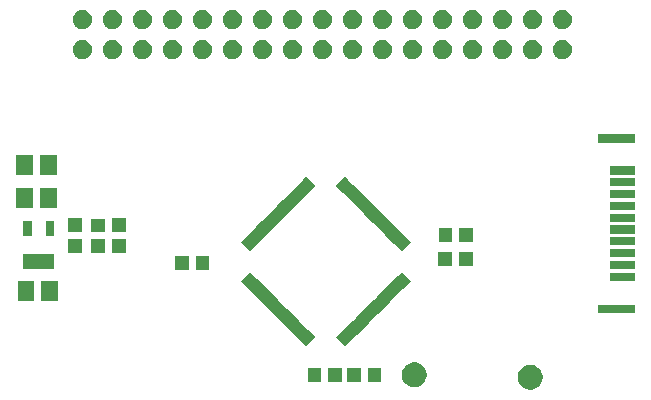
<source format=gts>
G04 #@! TF.GenerationSoftware,KiCad,Pcbnew,(5.0.2)-1*
G04 #@! TF.CreationDate,2018-12-31T23:20:10+09:00*
G04 #@! TF.ProjectId,hdmi,68646d69-2e6b-4696-9361-645f70636258,rev?*
G04 #@! TF.SameCoordinates,Original*
G04 #@! TF.FileFunction,Soldermask,Top*
G04 #@! TF.FilePolarity,Negative*
%FSLAX46Y46*%
G04 Gerber Fmt 4.6, Leading zero omitted, Abs format (unit mm)*
G04 Created by KiCad (PCBNEW (5.0.2)-1) date 2018/12/31 23:20:10*
%MOMM*%
%LPD*%
G01*
G04 APERTURE LIST*
%ADD10C,0.150000*%
G04 APERTURE END LIST*
D10*
G36*
X140506565Y-126989389D02*
X140697834Y-127068615D01*
X140869976Y-127183637D01*
X141016363Y-127330024D01*
X141131385Y-127502166D01*
X141210611Y-127693435D01*
X141251000Y-127896484D01*
X141251000Y-128103516D01*
X141210611Y-128306565D01*
X141131385Y-128497834D01*
X141016363Y-128669976D01*
X140869976Y-128816363D01*
X140697834Y-128931385D01*
X140506565Y-129010611D01*
X140303516Y-129051000D01*
X140096484Y-129051000D01*
X139893435Y-129010611D01*
X139702166Y-128931385D01*
X139530024Y-128816363D01*
X139383637Y-128669976D01*
X139268615Y-128497834D01*
X139189389Y-128306565D01*
X139149000Y-128103516D01*
X139149000Y-127896484D01*
X139189389Y-127693435D01*
X139268615Y-127502166D01*
X139383637Y-127330024D01*
X139530024Y-127183637D01*
X139702166Y-127068615D01*
X139893435Y-126989389D01*
X140096484Y-126949000D01*
X140303516Y-126949000D01*
X140506565Y-126989389D01*
X140506565Y-126989389D01*
G37*
G36*
X130706565Y-126789389D02*
X130897834Y-126868615D01*
X131069976Y-126983637D01*
X131216363Y-127130024D01*
X131331385Y-127302166D01*
X131410611Y-127493435D01*
X131451000Y-127696484D01*
X131451000Y-127903516D01*
X131410611Y-128106565D01*
X131331385Y-128297834D01*
X131216363Y-128469976D01*
X131069976Y-128616363D01*
X130897834Y-128731385D01*
X130706565Y-128810611D01*
X130503516Y-128851000D01*
X130296484Y-128851000D01*
X130093435Y-128810611D01*
X129902166Y-128731385D01*
X129730024Y-128616363D01*
X129583637Y-128469976D01*
X129468615Y-128297834D01*
X129389389Y-128106565D01*
X129349000Y-127903516D01*
X129349000Y-127696484D01*
X129389389Y-127493435D01*
X129468615Y-127302166D01*
X129583637Y-127130024D01*
X129730024Y-126983637D01*
X129902166Y-126868615D01*
X130093435Y-126789389D01*
X130296484Y-126749000D01*
X130503516Y-126749000D01*
X130706565Y-126789389D01*
X130706565Y-126789389D01*
G37*
G36*
X122511750Y-128400750D02*
X121360730Y-128400750D01*
X121360730Y-127219250D01*
X122511750Y-127219250D01*
X122511750Y-128400750D01*
X122511750Y-128400750D01*
G37*
G36*
X124259270Y-128400750D02*
X123108250Y-128400750D01*
X123108250Y-127219250D01*
X124259270Y-127219250D01*
X124259270Y-128400750D01*
X124259270Y-128400750D01*
G37*
G36*
X125845750Y-128390750D02*
X124694730Y-128390750D01*
X124694730Y-127209250D01*
X125845750Y-127209250D01*
X125845750Y-128390750D01*
X125845750Y-128390750D01*
G37*
G36*
X127593270Y-128390750D02*
X126442250Y-128390750D01*
X126442250Y-127209250D01*
X127593270Y-127209250D01*
X127593270Y-128390750D01*
X127593270Y-128390750D01*
G37*
G36*
X130096226Y-119844023D02*
X129831061Y-120109189D01*
X129405383Y-120534867D01*
X129051829Y-120888420D01*
X128786664Y-121153585D01*
X128682013Y-121258237D01*
X128433111Y-121507139D01*
X128328459Y-121611790D01*
X128079557Y-121860692D01*
X127974906Y-121965344D01*
X127726004Y-122214246D01*
X127637615Y-122302634D01*
X127372450Y-122567799D01*
X127284061Y-122656187D01*
X127267799Y-122672450D01*
X127002633Y-122937616D01*
X126914246Y-123026004D01*
X126665344Y-123274906D01*
X126560692Y-123379557D01*
X126311790Y-123628459D01*
X126207139Y-123733111D01*
X125958237Y-123982013D01*
X125869848Y-124070401D01*
X125604683Y-124335566D01*
X125516294Y-124423954D01*
X125500032Y-124440217D01*
X125234866Y-124705383D01*
X125146479Y-124793771D01*
X124897577Y-125042673D01*
X124544023Y-125396226D01*
X123764791Y-124616994D01*
X124102071Y-124279714D01*
X124102082Y-124279705D01*
X124118346Y-124263442D01*
X124118345Y-124263441D01*
X124367247Y-124014539D01*
X124367248Y-124014540D01*
X124383511Y-123998276D01*
X124383520Y-123998265D01*
X125162731Y-123219054D01*
X125162742Y-123219045D01*
X125179006Y-123202782D01*
X125179005Y-123202781D01*
X125427907Y-122953879D01*
X125427908Y-122953880D01*
X125444171Y-122937616D01*
X125444180Y-122937605D01*
X125869838Y-122511947D01*
X125869849Y-122511938D01*
X125886113Y-122495675D01*
X125886112Y-122495674D01*
X126135014Y-122246772D01*
X126135015Y-122246773D01*
X126151278Y-122230509D01*
X126151287Y-122230498D01*
X126930498Y-121451287D01*
X126930509Y-121451278D01*
X126946773Y-121435015D01*
X126946772Y-121435014D01*
X127195674Y-121186112D01*
X127195675Y-121186113D01*
X127211938Y-121169849D01*
X127211947Y-121169838D01*
X127637605Y-120744180D01*
X127637616Y-120744171D01*
X127653880Y-120727908D01*
X127653879Y-120727907D01*
X127902781Y-120479005D01*
X127902782Y-120479006D01*
X127919045Y-120462742D01*
X127919054Y-120462731D01*
X128698265Y-119683520D01*
X128698276Y-119683511D01*
X128714540Y-119667248D01*
X128714539Y-119667247D01*
X128963441Y-119418345D01*
X128963442Y-119418346D01*
X128979705Y-119402082D01*
X128979714Y-119402071D01*
X129316994Y-119064791D01*
X130096226Y-119844023D01*
X130096226Y-119844023D01*
G37*
G36*
X116820291Y-119402076D02*
X116820296Y-119402082D01*
X117101725Y-119683511D01*
X117101731Y-119683516D01*
X117880951Y-120462736D01*
X117880956Y-120462742D01*
X118162385Y-120744171D01*
X118162391Y-120744176D01*
X118588058Y-121169843D01*
X118588063Y-121169849D01*
X118869492Y-121451278D01*
X118869498Y-121451283D01*
X119648718Y-122230503D01*
X119648723Y-122230509D01*
X119930152Y-122511938D01*
X119930158Y-122511943D01*
X120355825Y-122937610D01*
X120355830Y-122937616D01*
X120637259Y-123219045D01*
X120637265Y-123219050D01*
X121416485Y-123998270D01*
X121416490Y-123998276D01*
X121697919Y-124279705D01*
X121697925Y-124279710D01*
X122035209Y-124616994D01*
X121255977Y-125396226D01*
X120990812Y-125131061D01*
X120990806Y-125131056D01*
X120565139Y-124705389D01*
X120565134Y-124705383D01*
X119930152Y-124070401D01*
X119930146Y-124070396D01*
X119504479Y-123644729D01*
X119504474Y-123644723D01*
X119223045Y-123363294D01*
X119223039Y-123363289D01*
X118797372Y-122937622D01*
X118797367Y-122937616D01*
X118162385Y-122302634D01*
X118162379Y-122302629D01*
X117736712Y-121876962D01*
X117736707Y-121876956D01*
X117455278Y-121595527D01*
X117455272Y-121595522D01*
X117029605Y-121169855D01*
X117029600Y-121169849D01*
X116394618Y-120534867D01*
X116394612Y-120534862D01*
X115968945Y-120109195D01*
X115968940Y-120109189D01*
X115703774Y-119844023D01*
X116483006Y-119064791D01*
X116820291Y-119402076D01*
X116820291Y-119402076D01*
G37*
G36*
X149051000Y-122551000D02*
X145949000Y-122551000D01*
X145949000Y-121849000D01*
X149051000Y-121849000D01*
X149051000Y-122551000D01*
X149051000Y-122551000D01*
G37*
G36*
X98203550Y-121549830D02*
X96803610Y-121549830D01*
X96803610Y-119850170D01*
X98203550Y-119850170D01*
X98203550Y-121549830D01*
X98203550Y-121549830D01*
G37*
G36*
X100199990Y-121549830D02*
X98800050Y-121549830D01*
X98800050Y-119850170D01*
X100199990Y-119850170D01*
X100199990Y-121549830D01*
X100199990Y-121549830D01*
G37*
G36*
X149051000Y-119851000D02*
X146949000Y-119851000D01*
X146949000Y-119149000D01*
X149051000Y-119149000D01*
X149051000Y-119851000D01*
X149051000Y-119851000D01*
G37*
G36*
X111301750Y-118890750D02*
X110150730Y-118890750D01*
X110150730Y-117709250D01*
X111301750Y-117709250D01*
X111301750Y-118890750D01*
X111301750Y-118890750D01*
G37*
G36*
X113049270Y-118890750D02*
X111898250Y-118890750D01*
X111898250Y-117709250D01*
X113049270Y-117709250D01*
X113049270Y-118890750D01*
X113049270Y-118890750D01*
G37*
G36*
X149051000Y-118851000D02*
X146949000Y-118851000D01*
X146949000Y-118149000D01*
X149051000Y-118149000D01*
X149051000Y-118851000D01*
X149051000Y-118851000D01*
G37*
G36*
X99926000Y-118851000D02*
X97274000Y-118851000D01*
X97274000Y-117549000D01*
X99926000Y-117549000D01*
X99926000Y-118851000D01*
X99926000Y-118851000D01*
G37*
G36*
X133575750Y-118590750D02*
X132424730Y-118590750D01*
X132424730Y-117409250D01*
X133575750Y-117409250D01*
X133575750Y-118590750D01*
X133575750Y-118590750D01*
G37*
G36*
X135323270Y-118590750D02*
X134172250Y-118590750D01*
X134172250Y-117409250D01*
X135323270Y-117409250D01*
X135323270Y-118590750D01*
X135323270Y-118590750D01*
G37*
G36*
X149051000Y-117851000D02*
X146949000Y-117851000D01*
X146949000Y-117149000D01*
X149051000Y-117149000D01*
X149051000Y-117851000D01*
X149051000Y-117851000D01*
G37*
G36*
X104190750Y-117475270D02*
X103009250Y-117475270D01*
X103009250Y-116324250D01*
X104190750Y-116324250D01*
X104190750Y-117475270D01*
X104190750Y-117475270D01*
G37*
G36*
X102290750Y-117449270D02*
X101109250Y-117449270D01*
X101109250Y-116298250D01*
X102290750Y-116298250D01*
X102290750Y-117449270D01*
X102290750Y-117449270D01*
G37*
G36*
X105990750Y-117449270D02*
X104809250Y-117449270D01*
X104809250Y-116298250D01*
X105990750Y-116298250D01*
X105990750Y-117449270D01*
X105990750Y-117449270D01*
G37*
G36*
X124809189Y-111268940D02*
X124809195Y-111268945D01*
X125234862Y-111694612D01*
X125234867Y-111694618D01*
X125869849Y-112329600D01*
X125869855Y-112329605D01*
X126295522Y-112755272D01*
X126295527Y-112755278D01*
X126576956Y-113036707D01*
X126576962Y-113036712D01*
X127002629Y-113462379D01*
X127002634Y-113462385D01*
X127637616Y-114097367D01*
X127637622Y-114097372D01*
X128063289Y-114523039D01*
X128063294Y-114523045D01*
X128344723Y-114804474D01*
X128344729Y-114804479D01*
X128770396Y-115230146D01*
X128770401Y-115230152D01*
X129405383Y-115865134D01*
X129405389Y-115865139D01*
X129831056Y-116290806D01*
X129831061Y-116290812D01*
X130096226Y-116555977D01*
X129316994Y-117335209D01*
X128979710Y-116997925D01*
X128979705Y-116997919D01*
X128698276Y-116716490D01*
X128698270Y-116716485D01*
X127919050Y-115937265D01*
X127919045Y-115937259D01*
X127637616Y-115655830D01*
X127637610Y-115655825D01*
X127211943Y-115230158D01*
X127211938Y-115230152D01*
X126930509Y-114948723D01*
X126930503Y-114948718D01*
X126151283Y-114169498D01*
X126151278Y-114169492D01*
X125869849Y-113888063D01*
X125869843Y-113888058D01*
X125444176Y-113462391D01*
X125444171Y-113462385D01*
X125162742Y-113180956D01*
X125162736Y-113180951D01*
X124383516Y-112401731D01*
X124383511Y-112401725D01*
X124102082Y-112120296D01*
X124102076Y-112120291D01*
X123764791Y-111783006D01*
X124544023Y-111003774D01*
X124809189Y-111268940D01*
X124809189Y-111268940D01*
G37*
G36*
X122035209Y-111783006D02*
X116483006Y-117335209D01*
X115703774Y-116555977D01*
X115952676Y-116307075D01*
X115968940Y-116290812D01*
X115968949Y-116290801D01*
X116394607Y-115865143D01*
X116394618Y-115865134D01*
X116410881Y-115848870D01*
X117013336Y-115246415D01*
X117029600Y-115230152D01*
X117029609Y-115230141D01*
X117455267Y-114804483D01*
X117455278Y-114804474D01*
X117471542Y-114788211D01*
X117471541Y-114788210D01*
X117720443Y-114539308D01*
X117720444Y-114539309D01*
X117736707Y-114523045D01*
X117736716Y-114523034D01*
X118162374Y-114097376D01*
X118162385Y-114097367D01*
X118178648Y-114081103D01*
X118781103Y-113478648D01*
X118797367Y-113462385D01*
X118797376Y-113462374D01*
X119223034Y-113036716D01*
X119223045Y-113036707D01*
X119239309Y-113020444D01*
X119239308Y-113020443D01*
X119488210Y-112771541D01*
X119488211Y-112771542D01*
X119504474Y-112755278D01*
X119504483Y-112755267D01*
X119930141Y-112329609D01*
X119930152Y-112329600D01*
X119946415Y-112313336D01*
X120548870Y-111710881D01*
X120565134Y-111694618D01*
X120565143Y-111694607D01*
X120990801Y-111268949D01*
X120990812Y-111268940D01*
X121007075Y-111252676D01*
X121255977Y-111003774D01*
X122035209Y-111783006D01*
X122035209Y-111783006D01*
G37*
G36*
X149051000Y-116851000D02*
X146949000Y-116851000D01*
X146949000Y-116149000D01*
X149051000Y-116149000D01*
X149051000Y-116851000D01*
X149051000Y-116851000D01*
G37*
G36*
X133601750Y-116590750D02*
X132450730Y-116590750D01*
X132450730Y-115409250D01*
X133601750Y-115409250D01*
X133601750Y-116590750D01*
X133601750Y-116590750D01*
G37*
G36*
X135349270Y-116590750D02*
X134198250Y-116590750D01*
X134198250Y-115409250D01*
X135349270Y-115409250D01*
X135349270Y-116590750D01*
X135349270Y-116590750D01*
G37*
G36*
X98026000Y-116051000D02*
X97274000Y-116051000D01*
X97274000Y-114749000D01*
X98026000Y-114749000D01*
X98026000Y-116051000D01*
X98026000Y-116051000D01*
G37*
G36*
X99926000Y-116051000D02*
X99174000Y-116051000D01*
X99174000Y-114749000D01*
X99926000Y-114749000D01*
X99926000Y-116051000D01*
X99926000Y-116051000D01*
G37*
G36*
X149051000Y-115851000D02*
X146949000Y-115851000D01*
X146949000Y-115149000D01*
X149051000Y-115149000D01*
X149051000Y-115851000D01*
X149051000Y-115851000D01*
G37*
G36*
X104190750Y-115727750D02*
X103009250Y-115727750D01*
X103009250Y-114576730D01*
X104190750Y-114576730D01*
X104190750Y-115727750D01*
X104190750Y-115727750D01*
G37*
G36*
X102290750Y-115701750D02*
X101109250Y-115701750D01*
X101109250Y-114550730D01*
X102290750Y-114550730D01*
X102290750Y-115701750D01*
X102290750Y-115701750D01*
G37*
G36*
X105990750Y-115701750D02*
X104809250Y-115701750D01*
X104809250Y-114550730D01*
X105990750Y-114550730D01*
X105990750Y-115701750D01*
X105990750Y-115701750D01*
G37*
G36*
X149051000Y-114851000D02*
X146949000Y-114851000D01*
X146949000Y-114149000D01*
X149051000Y-114149000D01*
X149051000Y-114851000D01*
X149051000Y-114851000D01*
G37*
G36*
X149051000Y-113851000D02*
X146949000Y-113851000D01*
X146949000Y-113149000D01*
X149051000Y-113149000D01*
X149051000Y-113851000D01*
X149051000Y-113851000D01*
G37*
G36*
X98101750Y-113649830D02*
X96701810Y-113649830D01*
X96701810Y-111950170D01*
X98101750Y-111950170D01*
X98101750Y-113649830D01*
X98101750Y-113649830D01*
G37*
G36*
X100098190Y-113649830D02*
X98698250Y-113649830D01*
X98698250Y-111950170D01*
X100098190Y-111950170D01*
X100098190Y-113649830D01*
X100098190Y-113649830D01*
G37*
G36*
X149051000Y-112851000D02*
X146949000Y-112851000D01*
X146949000Y-112149000D01*
X149051000Y-112149000D01*
X149051000Y-112851000D01*
X149051000Y-112851000D01*
G37*
G36*
X149051000Y-111851000D02*
X146949000Y-111851000D01*
X146949000Y-111149000D01*
X149051000Y-111149000D01*
X149051000Y-111851000D01*
X149051000Y-111851000D01*
G37*
G36*
X149051000Y-110851000D02*
X146949000Y-110851000D01*
X146949000Y-110149000D01*
X149051000Y-110149000D01*
X149051000Y-110851000D01*
X149051000Y-110851000D01*
G37*
G36*
X98101750Y-110849830D02*
X96701810Y-110849830D01*
X96701810Y-109150170D01*
X98101750Y-109150170D01*
X98101750Y-110849830D01*
X98101750Y-110849830D01*
G37*
G36*
X100098190Y-110849830D02*
X98698250Y-110849830D01*
X98698250Y-109150170D01*
X100098190Y-109150170D01*
X100098190Y-110849830D01*
X100098190Y-110849830D01*
G37*
G36*
X149051000Y-108151000D02*
X145949000Y-108151000D01*
X145949000Y-107449000D01*
X149051000Y-107449000D01*
X149051000Y-108151000D01*
X149051000Y-108151000D01*
G37*
G36*
X138077142Y-99488242D02*
X138225102Y-99549530D01*
X138358258Y-99638502D01*
X138471498Y-99751742D01*
X138560470Y-99884898D01*
X138621758Y-100032858D01*
X138653000Y-100189925D01*
X138653000Y-100350075D01*
X138621758Y-100507142D01*
X138560470Y-100655102D01*
X138471498Y-100788258D01*
X138358258Y-100901498D01*
X138225102Y-100990470D01*
X138077142Y-101051758D01*
X137920075Y-101083000D01*
X137759925Y-101083000D01*
X137602858Y-101051758D01*
X137454898Y-100990470D01*
X137321742Y-100901498D01*
X137208502Y-100788258D01*
X137119530Y-100655102D01*
X137058242Y-100507142D01*
X137027000Y-100350075D01*
X137027000Y-100189925D01*
X137058242Y-100032858D01*
X137119530Y-99884898D01*
X137208502Y-99751742D01*
X137321742Y-99638502D01*
X137454898Y-99549530D01*
X137602858Y-99488242D01*
X137759925Y-99457000D01*
X137920075Y-99457000D01*
X138077142Y-99488242D01*
X138077142Y-99488242D01*
G37*
G36*
X130457142Y-99488242D02*
X130605102Y-99549530D01*
X130738258Y-99638502D01*
X130851498Y-99751742D01*
X130940470Y-99884898D01*
X131001758Y-100032858D01*
X131033000Y-100189925D01*
X131033000Y-100350075D01*
X131001758Y-100507142D01*
X130940470Y-100655102D01*
X130851498Y-100788258D01*
X130738258Y-100901498D01*
X130605102Y-100990470D01*
X130457142Y-101051758D01*
X130300075Y-101083000D01*
X130139925Y-101083000D01*
X129982858Y-101051758D01*
X129834898Y-100990470D01*
X129701742Y-100901498D01*
X129588502Y-100788258D01*
X129499530Y-100655102D01*
X129438242Y-100507142D01*
X129407000Y-100350075D01*
X129407000Y-100189925D01*
X129438242Y-100032858D01*
X129499530Y-99884898D01*
X129588502Y-99751742D01*
X129701742Y-99638502D01*
X129834898Y-99549530D01*
X129982858Y-99488242D01*
X130139925Y-99457000D01*
X130300075Y-99457000D01*
X130457142Y-99488242D01*
X130457142Y-99488242D01*
G37*
G36*
X132997142Y-99488242D02*
X133145102Y-99549530D01*
X133278258Y-99638502D01*
X133391498Y-99751742D01*
X133480470Y-99884898D01*
X133541758Y-100032858D01*
X133573000Y-100189925D01*
X133573000Y-100350075D01*
X133541758Y-100507142D01*
X133480470Y-100655102D01*
X133391498Y-100788258D01*
X133278258Y-100901498D01*
X133145102Y-100990470D01*
X132997142Y-101051758D01*
X132840075Y-101083000D01*
X132679925Y-101083000D01*
X132522858Y-101051758D01*
X132374898Y-100990470D01*
X132241742Y-100901498D01*
X132128502Y-100788258D01*
X132039530Y-100655102D01*
X131978242Y-100507142D01*
X131947000Y-100350075D01*
X131947000Y-100189925D01*
X131978242Y-100032858D01*
X132039530Y-99884898D01*
X132128502Y-99751742D01*
X132241742Y-99638502D01*
X132374898Y-99549530D01*
X132522858Y-99488242D01*
X132679925Y-99457000D01*
X132840075Y-99457000D01*
X132997142Y-99488242D01*
X132997142Y-99488242D01*
G37*
G36*
X135537142Y-99488242D02*
X135685102Y-99549530D01*
X135818258Y-99638502D01*
X135931498Y-99751742D01*
X136020470Y-99884898D01*
X136081758Y-100032858D01*
X136113000Y-100189925D01*
X136113000Y-100350075D01*
X136081758Y-100507142D01*
X136020470Y-100655102D01*
X135931498Y-100788258D01*
X135818258Y-100901498D01*
X135685102Y-100990470D01*
X135537142Y-101051758D01*
X135380075Y-101083000D01*
X135219925Y-101083000D01*
X135062858Y-101051758D01*
X134914898Y-100990470D01*
X134781742Y-100901498D01*
X134668502Y-100788258D01*
X134579530Y-100655102D01*
X134518242Y-100507142D01*
X134487000Y-100350075D01*
X134487000Y-100189925D01*
X134518242Y-100032858D01*
X134579530Y-99884898D01*
X134668502Y-99751742D01*
X134781742Y-99638502D01*
X134914898Y-99549530D01*
X135062858Y-99488242D01*
X135219925Y-99457000D01*
X135380075Y-99457000D01*
X135537142Y-99488242D01*
X135537142Y-99488242D01*
G37*
G36*
X140617142Y-99488242D02*
X140765102Y-99549530D01*
X140898258Y-99638502D01*
X141011498Y-99751742D01*
X141100470Y-99884898D01*
X141161758Y-100032858D01*
X141193000Y-100189925D01*
X141193000Y-100350075D01*
X141161758Y-100507142D01*
X141100470Y-100655102D01*
X141011498Y-100788258D01*
X140898258Y-100901498D01*
X140765102Y-100990470D01*
X140617142Y-101051758D01*
X140460075Y-101083000D01*
X140299925Y-101083000D01*
X140142858Y-101051758D01*
X139994898Y-100990470D01*
X139861742Y-100901498D01*
X139748502Y-100788258D01*
X139659530Y-100655102D01*
X139598242Y-100507142D01*
X139567000Y-100350075D01*
X139567000Y-100189925D01*
X139598242Y-100032858D01*
X139659530Y-99884898D01*
X139748502Y-99751742D01*
X139861742Y-99638502D01*
X139994898Y-99549530D01*
X140142858Y-99488242D01*
X140299925Y-99457000D01*
X140460075Y-99457000D01*
X140617142Y-99488242D01*
X140617142Y-99488242D01*
G37*
G36*
X110137142Y-99488242D02*
X110285102Y-99549530D01*
X110418258Y-99638502D01*
X110531498Y-99751742D01*
X110620470Y-99884898D01*
X110681758Y-100032858D01*
X110713000Y-100189925D01*
X110713000Y-100350075D01*
X110681758Y-100507142D01*
X110620470Y-100655102D01*
X110531498Y-100788258D01*
X110418258Y-100901498D01*
X110285102Y-100990470D01*
X110137142Y-101051758D01*
X109980075Y-101083000D01*
X109819925Y-101083000D01*
X109662858Y-101051758D01*
X109514898Y-100990470D01*
X109381742Y-100901498D01*
X109268502Y-100788258D01*
X109179530Y-100655102D01*
X109118242Y-100507142D01*
X109087000Y-100350075D01*
X109087000Y-100189925D01*
X109118242Y-100032858D01*
X109179530Y-99884898D01*
X109268502Y-99751742D01*
X109381742Y-99638502D01*
X109514898Y-99549530D01*
X109662858Y-99488242D01*
X109819925Y-99457000D01*
X109980075Y-99457000D01*
X110137142Y-99488242D01*
X110137142Y-99488242D01*
G37*
G36*
X102517142Y-99488242D02*
X102665102Y-99549530D01*
X102798258Y-99638502D01*
X102911498Y-99751742D01*
X103000470Y-99884898D01*
X103061758Y-100032858D01*
X103093000Y-100189925D01*
X103093000Y-100350075D01*
X103061758Y-100507142D01*
X103000470Y-100655102D01*
X102911498Y-100788258D01*
X102798258Y-100901498D01*
X102665102Y-100990470D01*
X102517142Y-101051758D01*
X102360075Y-101083000D01*
X102199925Y-101083000D01*
X102042858Y-101051758D01*
X101894898Y-100990470D01*
X101761742Y-100901498D01*
X101648502Y-100788258D01*
X101559530Y-100655102D01*
X101498242Y-100507142D01*
X101467000Y-100350075D01*
X101467000Y-100189925D01*
X101498242Y-100032858D01*
X101559530Y-99884898D01*
X101648502Y-99751742D01*
X101761742Y-99638502D01*
X101894898Y-99549530D01*
X102042858Y-99488242D01*
X102199925Y-99457000D01*
X102360075Y-99457000D01*
X102517142Y-99488242D01*
X102517142Y-99488242D01*
G37*
G36*
X107597142Y-99488242D02*
X107745102Y-99549530D01*
X107878258Y-99638502D01*
X107991498Y-99751742D01*
X108080470Y-99884898D01*
X108141758Y-100032858D01*
X108173000Y-100189925D01*
X108173000Y-100350075D01*
X108141758Y-100507142D01*
X108080470Y-100655102D01*
X107991498Y-100788258D01*
X107878258Y-100901498D01*
X107745102Y-100990470D01*
X107597142Y-101051758D01*
X107440075Y-101083000D01*
X107279925Y-101083000D01*
X107122858Y-101051758D01*
X106974898Y-100990470D01*
X106841742Y-100901498D01*
X106728502Y-100788258D01*
X106639530Y-100655102D01*
X106578242Y-100507142D01*
X106547000Y-100350075D01*
X106547000Y-100189925D01*
X106578242Y-100032858D01*
X106639530Y-99884898D01*
X106728502Y-99751742D01*
X106841742Y-99638502D01*
X106974898Y-99549530D01*
X107122858Y-99488242D01*
X107279925Y-99457000D01*
X107440075Y-99457000D01*
X107597142Y-99488242D01*
X107597142Y-99488242D01*
G37*
G36*
X112677142Y-99488242D02*
X112825102Y-99549530D01*
X112958258Y-99638502D01*
X113071498Y-99751742D01*
X113160470Y-99884898D01*
X113221758Y-100032858D01*
X113253000Y-100189925D01*
X113253000Y-100350075D01*
X113221758Y-100507142D01*
X113160470Y-100655102D01*
X113071498Y-100788258D01*
X112958258Y-100901498D01*
X112825102Y-100990470D01*
X112677142Y-101051758D01*
X112520075Y-101083000D01*
X112359925Y-101083000D01*
X112202858Y-101051758D01*
X112054898Y-100990470D01*
X111921742Y-100901498D01*
X111808502Y-100788258D01*
X111719530Y-100655102D01*
X111658242Y-100507142D01*
X111627000Y-100350075D01*
X111627000Y-100189925D01*
X111658242Y-100032858D01*
X111719530Y-99884898D01*
X111808502Y-99751742D01*
X111921742Y-99638502D01*
X112054898Y-99549530D01*
X112202858Y-99488242D01*
X112359925Y-99457000D01*
X112520075Y-99457000D01*
X112677142Y-99488242D01*
X112677142Y-99488242D01*
G37*
G36*
X143157142Y-99488242D02*
X143305102Y-99549530D01*
X143438258Y-99638502D01*
X143551498Y-99751742D01*
X143640470Y-99884898D01*
X143701758Y-100032858D01*
X143733000Y-100189925D01*
X143733000Y-100350075D01*
X143701758Y-100507142D01*
X143640470Y-100655102D01*
X143551498Y-100788258D01*
X143438258Y-100901498D01*
X143305102Y-100990470D01*
X143157142Y-101051758D01*
X143000075Y-101083000D01*
X142839925Y-101083000D01*
X142682858Y-101051758D01*
X142534898Y-100990470D01*
X142401742Y-100901498D01*
X142288502Y-100788258D01*
X142199530Y-100655102D01*
X142138242Y-100507142D01*
X142107000Y-100350075D01*
X142107000Y-100189925D01*
X142138242Y-100032858D01*
X142199530Y-99884898D01*
X142288502Y-99751742D01*
X142401742Y-99638502D01*
X142534898Y-99549530D01*
X142682858Y-99488242D01*
X142839925Y-99457000D01*
X143000075Y-99457000D01*
X143157142Y-99488242D01*
X143157142Y-99488242D01*
G37*
G36*
X105057142Y-99488242D02*
X105205102Y-99549530D01*
X105338258Y-99638502D01*
X105451498Y-99751742D01*
X105540470Y-99884898D01*
X105601758Y-100032858D01*
X105633000Y-100189925D01*
X105633000Y-100350075D01*
X105601758Y-100507142D01*
X105540470Y-100655102D01*
X105451498Y-100788258D01*
X105338258Y-100901498D01*
X105205102Y-100990470D01*
X105057142Y-101051758D01*
X104900075Y-101083000D01*
X104739925Y-101083000D01*
X104582858Y-101051758D01*
X104434898Y-100990470D01*
X104301742Y-100901498D01*
X104188502Y-100788258D01*
X104099530Y-100655102D01*
X104038242Y-100507142D01*
X104007000Y-100350075D01*
X104007000Y-100189925D01*
X104038242Y-100032858D01*
X104099530Y-99884898D01*
X104188502Y-99751742D01*
X104301742Y-99638502D01*
X104434898Y-99549530D01*
X104582858Y-99488242D01*
X104739925Y-99457000D01*
X104900075Y-99457000D01*
X105057142Y-99488242D01*
X105057142Y-99488242D01*
G37*
G36*
X127917142Y-99488242D02*
X128065102Y-99549530D01*
X128198258Y-99638502D01*
X128311498Y-99751742D01*
X128400470Y-99884898D01*
X128461758Y-100032858D01*
X128493000Y-100189925D01*
X128493000Y-100350075D01*
X128461758Y-100507142D01*
X128400470Y-100655102D01*
X128311498Y-100788258D01*
X128198258Y-100901498D01*
X128065102Y-100990470D01*
X127917142Y-101051758D01*
X127760075Y-101083000D01*
X127599925Y-101083000D01*
X127442858Y-101051758D01*
X127294898Y-100990470D01*
X127161742Y-100901498D01*
X127048502Y-100788258D01*
X126959530Y-100655102D01*
X126898242Y-100507142D01*
X126867000Y-100350075D01*
X126867000Y-100189925D01*
X126898242Y-100032858D01*
X126959530Y-99884898D01*
X127048502Y-99751742D01*
X127161742Y-99638502D01*
X127294898Y-99549530D01*
X127442858Y-99488242D01*
X127599925Y-99457000D01*
X127760075Y-99457000D01*
X127917142Y-99488242D01*
X127917142Y-99488242D01*
G37*
G36*
X125377142Y-99488242D02*
X125525102Y-99549530D01*
X125658258Y-99638502D01*
X125771498Y-99751742D01*
X125860470Y-99884898D01*
X125921758Y-100032858D01*
X125953000Y-100189925D01*
X125953000Y-100350075D01*
X125921758Y-100507142D01*
X125860470Y-100655102D01*
X125771498Y-100788258D01*
X125658258Y-100901498D01*
X125525102Y-100990470D01*
X125377142Y-101051758D01*
X125220075Y-101083000D01*
X125059925Y-101083000D01*
X124902858Y-101051758D01*
X124754898Y-100990470D01*
X124621742Y-100901498D01*
X124508502Y-100788258D01*
X124419530Y-100655102D01*
X124358242Y-100507142D01*
X124327000Y-100350075D01*
X124327000Y-100189925D01*
X124358242Y-100032858D01*
X124419530Y-99884898D01*
X124508502Y-99751742D01*
X124621742Y-99638502D01*
X124754898Y-99549530D01*
X124902858Y-99488242D01*
X125059925Y-99457000D01*
X125220075Y-99457000D01*
X125377142Y-99488242D01*
X125377142Y-99488242D01*
G37*
G36*
X122837142Y-99488242D02*
X122985102Y-99549530D01*
X123118258Y-99638502D01*
X123231498Y-99751742D01*
X123320470Y-99884898D01*
X123381758Y-100032858D01*
X123413000Y-100189925D01*
X123413000Y-100350075D01*
X123381758Y-100507142D01*
X123320470Y-100655102D01*
X123231498Y-100788258D01*
X123118258Y-100901498D01*
X122985102Y-100990470D01*
X122837142Y-101051758D01*
X122680075Y-101083000D01*
X122519925Y-101083000D01*
X122362858Y-101051758D01*
X122214898Y-100990470D01*
X122081742Y-100901498D01*
X121968502Y-100788258D01*
X121879530Y-100655102D01*
X121818242Y-100507142D01*
X121787000Y-100350075D01*
X121787000Y-100189925D01*
X121818242Y-100032858D01*
X121879530Y-99884898D01*
X121968502Y-99751742D01*
X122081742Y-99638502D01*
X122214898Y-99549530D01*
X122362858Y-99488242D01*
X122519925Y-99457000D01*
X122680075Y-99457000D01*
X122837142Y-99488242D01*
X122837142Y-99488242D01*
G37*
G36*
X120297142Y-99488242D02*
X120445102Y-99549530D01*
X120578258Y-99638502D01*
X120691498Y-99751742D01*
X120780470Y-99884898D01*
X120841758Y-100032858D01*
X120873000Y-100189925D01*
X120873000Y-100350075D01*
X120841758Y-100507142D01*
X120780470Y-100655102D01*
X120691498Y-100788258D01*
X120578258Y-100901498D01*
X120445102Y-100990470D01*
X120297142Y-101051758D01*
X120140075Y-101083000D01*
X119979925Y-101083000D01*
X119822858Y-101051758D01*
X119674898Y-100990470D01*
X119541742Y-100901498D01*
X119428502Y-100788258D01*
X119339530Y-100655102D01*
X119278242Y-100507142D01*
X119247000Y-100350075D01*
X119247000Y-100189925D01*
X119278242Y-100032858D01*
X119339530Y-99884898D01*
X119428502Y-99751742D01*
X119541742Y-99638502D01*
X119674898Y-99549530D01*
X119822858Y-99488242D01*
X119979925Y-99457000D01*
X120140075Y-99457000D01*
X120297142Y-99488242D01*
X120297142Y-99488242D01*
G37*
G36*
X117757142Y-99488242D02*
X117905102Y-99549530D01*
X118038258Y-99638502D01*
X118151498Y-99751742D01*
X118240470Y-99884898D01*
X118301758Y-100032858D01*
X118333000Y-100189925D01*
X118333000Y-100350075D01*
X118301758Y-100507142D01*
X118240470Y-100655102D01*
X118151498Y-100788258D01*
X118038258Y-100901498D01*
X117905102Y-100990470D01*
X117757142Y-101051758D01*
X117600075Y-101083000D01*
X117439925Y-101083000D01*
X117282858Y-101051758D01*
X117134898Y-100990470D01*
X117001742Y-100901498D01*
X116888502Y-100788258D01*
X116799530Y-100655102D01*
X116738242Y-100507142D01*
X116707000Y-100350075D01*
X116707000Y-100189925D01*
X116738242Y-100032858D01*
X116799530Y-99884898D01*
X116888502Y-99751742D01*
X117001742Y-99638502D01*
X117134898Y-99549530D01*
X117282858Y-99488242D01*
X117439925Y-99457000D01*
X117600075Y-99457000D01*
X117757142Y-99488242D01*
X117757142Y-99488242D01*
G37*
G36*
X115217142Y-99488242D02*
X115365102Y-99549530D01*
X115498258Y-99638502D01*
X115611498Y-99751742D01*
X115700470Y-99884898D01*
X115761758Y-100032858D01*
X115793000Y-100189925D01*
X115793000Y-100350075D01*
X115761758Y-100507142D01*
X115700470Y-100655102D01*
X115611498Y-100788258D01*
X115498258Y-100901498D01*
X115365102Y-100990470D01*
X115217142Y-101051758D01*
X115060075Y-101083000D01*
X114899925Y-101083000D01*
X114742858Y-101051758D01*
X114594898Y-100990470D01*
X114461742Y-100901498D01*
X114348502Y-100788258D01*
X114259530Y-100655102D01*
X114198242Y-100507142D01*
X114167000Y-100350075D01*
X114167000Y-100189925D01*
X114198242Y-100032858D01*
X114259530Y-99884898D01*
X114348502Y-99751742D01*
X114461742Y-99638502D01*
X114594898Y-99549530D01*
X114742858Y-99488242D01*
X114899925Y-99457000D01*
X115060075Y-99457000D01*
X115217142Y-99488242D01*
X115217142Y-99488242D01*
G37*
G36*
X102517142Y-96948242D02*
X102665102Y-97009530D01*
X102798258Y-97098502D01*
X102911498Y-97211742D01*
X103000470Y-97344898D01*
X103061758Y-97492858D01*
X103093000Y-97649925D01*
X103093000Y-97810075D01*
X103061758Y-97967142D01*
X103000470Y-98115102D01*
X102911498Y-98248258D01*
X102798258Y-98361498D01*
X102665102Y-98450470D01*
X102517142Y-98511758D01*
X102360075Y-98543000D01*
X102199925Y-98543000D01*
X102042858Y-98511758D01*
X101894898Y-98450470D01*
X101761742Y-98361498D01*
X101648502Y-98248258D01*
X101559530Y-98115102D01*
X101498242Y-97967142D01*
X101467000Y-97810075D01*
X101467000Y-97649925D01*
X101498242Y-97492858D01*
X101559530Y-97344898D01*
X101648502Y-97211742D01*
X101761742Y-97098502D01*
X101894898Y-97009530D01*
X102042858Y-96948242D01*
X102199925Y-96917000D01*
X102360075Y-96917000D01*
X102517142Y-96948242D01*
X102517142Y-96948242D01*
G37*
G36*
X105057142Y-96948242D02*
X105205102Y-97009530D01*
X105338258Y-97098502D01*
X105451498Y-97211742D01*
X105540470Y-97344898D01*
X105601758Y-97492858D01*
X105633000Y-97649925D01*
X105633000Y-97810075D01*
X105601758Y-97967142D01*
X105540470Y-98115102D01*
X105451498Y-98248258D01*
X105338258Y-98361498D01*
X105205102Y-98450470D01*
X105057142Y-98511758D01*
X104900075Y-98543000D01*
X104739925Y-98543000D01*
X104582858Y-98511758D01*
X104434898Y-98450470D01*
X104301742Y-98361498D01*
X104188502Y-98248258D01*
X104099530Y-98115102D01*
X104038242Y-97967142D01*
X104007000Y-97810075D01*
X104007000Y-97649925D01*
X104038242Y-97492858D01*
X104099530Y-97344898D01*
X104188502Y-97211742D01*
X104301742Y-97098502D01*
X104434898Y-97009530D01*
X104582858Y-96948242D01*
X104739925Y-96917000D01*
X104900075Y-96917000D01*
X105057142Y-96948242D01*
X105057142Y-96948242D01*
G37*
G36*
X135537142Y-96948242D02*
X135685102Y-97009530D01*
X135818258Y-97098502D01*
X135931498Y-97211742D01*
X136020470Y-97344898D01*
X136081758Y-97492858D01*
X136113000Y-97649925D01*
X136113000Y-97810075D01*
X136081758Y-97967142D01*
X136020470Y-98115102D01*
X135931498Y-98248258D01*
X135818258Y-98361498D01*
X135685102Y-98450470D01*
X135537142Y-98511758D01*
X135380075Y-98543000D01*
X135219925Y-98543000D01*
X135062858Y-98511758D01*
X134914898Y-98450470D01*
X134781742Y-98361498D01*
X134668502Y-98248258D01*
X134579530Y-98115102D01*
X134518242Y-97967142D01*
X134487000Y-97810075D01*
X134487000Y-97649925D01*
X134518242Y-97492858D01*
X134579530Y-97344898D01*
X134668502Y-97211742D01*
X134781742Y-97098502D01*
X134914898Y-97009530D01*
X135062858Y-96948242D01*
X135219925Y-96917000D01*
X135380075Y-96917000D01*
X135537142Y-96948242D01*
X135537142Y-96948242D01*
G37*
G36*
X130457142Y-96948242D02*
X130605102Y-97009530D01*
X130738258Y-97098502D01*
X130851498Y-97211742D01*
X130940470Y-97344898D01*
X131001758Y-97492858D01*
X131033000Y-97649925D01*
X131033000Y-97810075D01*
X131001758Y-97967142D01*
X130940470Y-98115102D01*
X130851498Y-98248258D01*
X130738258Y-98361498D01*
X130605102Y-98450470D01*
X130457142Y-98511758D01*
X130300075Y-98543000D01*
X130139925Y-98543000D01*
X129982858Y-98511758D01*
X129834898Y-98450470D01*
X129701742Y-98361498D01*
X129588502Y-98248258D01*
X129499530Y-98115102D01*
X129438242Y-97967142D01*
X129407000Y-97810075D01*
X129407000Y-97649925D01*
X129438242Y-97492858D01*
X129499530Y-97344898D01*
X129588502Y-97211742D01*
X129701742Y-97098502D01*
X129834898Y-97009530D01*
X129982858Y-96948242D01*
X130139925Y-96917000D01*
X130300075Y-96917000D01*
X130457142Y-96948242D01*
X130457142Y-96948242D01*
G37*
G36*
X127917142Y-96948242D02*
X128065102Y-97009530D01*
X128198258Y-97098502D01*
X128311498Y-97211742D01*
X128400470Y-97344898D01*
X128461758Y-97492858D01*
X128493000Y-97649925D01*
X128493000Y-97810075D01*
X128461758Y-97967142D01*
X128400470Y-98115102D01*
X128311498Y-98248258D01*
X128198258Y-98361498D01*
X128065102Y-98450470D01*
X127917142Y-98511758D01*
X127760075Y-98543000D01*
X127599925Y-98543000D01*
X127442858Y-98511758D01*
X127294898Y-98450470D01*
X127161742Y-98361498D01*
X127048502Y-98248258D01*
X126959530Y-98115102D01*
X126898242Y-97967142D01*
X126867000Y-97810075D01*
X126867000Y-97649925D01*
X126898242Y-97492858D01*
X126959530Y-97344898D01*
X127048502Y-97211742D01*
X127161742Y-97098502D01*
X127294898Y-97009530D01*
X127442858Y-96948242D01*
X127599925Y-96917000D01*
X127760075Y-96917000D01*
X127917142Y-96948242D01*
X127917142Y-96948242D01*
G37*
G36*
X125377142Y-96948242D02*
X125525102Y-97009530D01*
X125658258Y-97098502D01*
X125771498Y-97211742D01*
X125860470Y-97344898D01*
X125921758Y-97492858D01*
X125953000Y-97649925D01*
X125953000Y-97810075D01*
X125921758Y-97967142D01*
X125860470Y-98115102D01*
X125771498Y-98248258D01*
X125658258Y-98361498D01*
X125525102Y-98450470D01*
X125377142Y-98511758D01*
X125220075Y-98543000D01*
X125059925Y-98543000D01*
X124902858Y-98511758D01*
X124754898Y-98450470D01*
X124621742Y-98361498D01*
X124508502Y-98248258D01*
X124419530Y-98115102D01*
X124358242Y-97967142D01*
X124327000Y-97810075D01*
X124327000Y-97649925D01*
X124358242Y-97492858D01*
X124419530Y-97344898D01*
X124508502Y-97211742D01*
X124621742Y-97098502D01*
X124754898Y-97009530D01*
X124902858Y-96948242D01*
X125059925Y-96917000D01*
X125220075Y-96917000D01*
X125377142Y-96948242D01*
X125377142Y-96948242D01*
G37*
G36*
X138077142Y-96948242D02*
X138225102Y-97009530D01*
X138358258Y-97098502D01*
X138471498Y-97211742D01*
X138560470Y-97344898D01*
X138621758Y-97492858D01*
X138653000Y-97649925D01*
X138653000Y-97810075D01*
X138621758Y-97967142D01*
X138560470Y-98115102D01*
X138471498Y-98248258D01*
X138358258Y-98361498D01*
X138225102Y-98450470D01*
X138077142Y-98511758D01*
X137920075Y-98543000D01*
X137759925Y-98543000D01*
X137602858Y-98511758D01*
X137454898Y-98450470D01*
X137321742Y-98361498D01*
X137208502Y-98248258D01*
X137119530Y-98115102D01*
X137058242Y-97967142D01*
X137027000Y-97810075D01*
X137027000Y-97649925D01*
X137058242Y-97492858D01*
X137119530Y-97344898D01*
X137208502Y-97211742D01*
X137321742Y-97098502D01*
X137454898Y-97009530D01*
X137602858Y-96948242D01*
X137759925Y-96917000D01*
X137920075Y-96917000D01*
X138077142Y-96948242D01*
X138077142Y-96948242D01*
G37*
G36*
X122837142Y-96948242D02*
X122985102Y-97009530D01*
X123118258Y-97098502D01*
X123231498Y-97211742D01*
X123320470Y-97344898D01*
X123381758Y-97492858D01*
X123413000Y-97649925D01*
X123413000Y-97810075D01*
X123381758Y-97967142D01*
X123320470Y-98115102D01*
X123231498Y-98248258D01*
X123118258Y-98361498D01*
X122985102Y-98450470D01*
X122837142Y-98511758D01*
X122680075Y-98543000D01*
X122519925Y-98543000D01*
X122362858Y-98511758D01*
X122214898Y-98450470D01*
X122081742Y-98361498D01*
X121968502Y-98248258D01*
X121879530Y-98115102D01*
X121818242Y-97967142D01*
X121787000Y-97810075D01*
X121787000Y-97649925D01*
X121818242Y-97492858D01*
X121879530Y-97344898D01*
X121968502Y-97211742D01*
X122081742Y-97098502D01*
X122214898Y-97009530D01*
X122362858Y-96948242D01*
X122519925Y-96917000D01*
X122680075Y-96917000D01*
X122837142Y-96948242D01*
X122837142Y-96948242D01*
G37*
G36*
X120297142Y-96948242D02*
X120445102Y-97009530D01*
X120578258Y-97098502D01*
X120691498Y-97211742D01*
X120780470Y-97344898D01*
X120841758Y-97492858D01*
X120873000Y-97649925D01*
X120873000Y-97810075D01*
X120841758Y-97967142D01*
X120780470Y-98115102D01*
X120691498Y-98248258D01*
X120578258Y-98361498D01*
X120445102Y-98450470D01*
X120297142Y-98511758D01*
X120140075Y-98543000D01*
X119979925Y-98543000D01*
X119822858Y-98511758D01*
X119674898Y-98450470D01*
X119541742Y-98361498D01*
X119428502Y-98248258D01*
X119339530Y-98115102D01*
X119278242Y-97967142D01*
X119247000Y-97810075D01*
X119247000Y-97649925D01*
X119278242Y-97492858D01*
X119339530Y-97344898D01*
X119428502Y-97211742D01*
X119541742Y-97098502D01*
X119674898Y-97009530D01*
X119822858Y-96948242D01*
X119979925Y-96917000D01*
X120140075Y-96917000D01*
X120297142Y-96948242D01*
X120297142Y-96948242D01*
G37*
G36*
X117757142Y-96948242D02*
X117905102Y-97009530D01*
X118038258Y-97098502D01*
X118151498Y-97211742D01*
X118240470Y-97344898D01*
X118301758Y-97492858D01*
X118333000Y-97649925D01*
X118333000Y-97810075D01*
X118301758Y-97967142D01*
X118240470Y-98115102D01*
X118151498Y-98248258D01*
X118038258Y-98361498D01*
X117905102Y-98450470D01*
X117757142Y-98511758D01*
X117600075Y-98543000D01*
X117439925Y-98543000D01*
X117282858Y-98511758D01*
X117134898Y-98450470D01*
X117001742Y-98361498D01*
X116888502Y-98248258D01*
X116799530Y-98115102D01*
X116738242Y-97967142D01*
X116707000Y-97810075D01*
X116707000Y-97649925D01*
X116738242Y-97492858D01*
X116799530Y-97344898D01*
X116888502Y-97211742D01*
X117001742Y-97098502D01*
X117134898Y-97009530D01*
X117282858Y-96948242D01*
X117439925Y-96917000D01*
X117600075Y-96917000D01*
X117757142Y-96948242D01*
X117757142Y-96948242D01*
G37*
G36*
X115217142Y-96948242D02*
X115365102Y-97009530D01*
X115498258Y-97098502D01*
X115611498Y-97211742D01*
X115700470Y-97344898D01*
X115761758Y-97492858D01*
X115793000Y-97649925D01*
X115793000Y-97810075D01*
X115761758Y-97967142D01*
X115700470Y-98115102D01*
X115611498Y-98248258D01*
X115498258Y-98361498D01*
X115365102Y-98450470D01*
X115217142Y-98511758D01*
X115060075Y-98543000D01*
X114899925Y-98543000D01*
X114742858Y-98511758D01*
X114594898Y-98450470D01*
X114461742Y-98361498D01*
X114348502Y-98248258D01*
X114259530Y-98115102D01*
X114198242Y-97967142D01*
X114167000Y-97810075D01*
X114167000Y-97649925D01*
X114198242Y-97492858D01*
X114259530Y-97344898D01*
X114348502Y-97211742D01*
X114461742Y-97098502D01*
X114594898Y-97009530D01*
X114742858Y-96948242D01*
X114899925Y-96917000D01*
X115060075Y-96917000D01*
X115217142Y-96948242D01*
X115217142Y-96948242D01*
G37*
G36*
X140617142Y-96948242D02*
X140765102Y-97009530D01*
X140898258Y-97098502D01*
X141011498Y-97211742D01*
X141100470Y-97344898D01*
X141161758Y-97492858D01*
X141193000Y-97649925D01*
X141193000Y-97810075D01*
X141161758Y-97967142D01*
X141100470Y-98115102D01*
X141011498Y-98248258D01*
X140898258Y-98361498D01*
X140765102Y-98450470D01*
X140617142Y-98511758D01*
X140460075Y-98543000D01*
X140299925Y-98543000D01*
X140142858Y-98511758D01*
X139994898Y-98450470D01*
X139861742Y-98361498D01*
X139748502Y-98248258D01*
X139659530Y-98115102D01*
X139598242Y-97967142D01*
X139567000Y-97810075D01*
X139567000Y-97649925D01*
X139598242Y-97492858D01*
X139659530Y-97344898D01*
X139748502Y-97211742D01*
X139861742Y-97098502D01*
X139994898Y-97009530D01*
X140142858Y-96948242D01*
X140299925Y-96917000D01*
X140460075Y-96917000D01*
X140617142Y-96948242D01*
X140617142Y-96948242D01*
G37*
G36*
X112677142Y-96948242D02*
X112825102Y-97009530D01*
X112958258Y-97098502D01*
X113071498Y-97211742D01*
X113160470Y-97344898D01*
X113221758Y-97492858D01*
X113253000Y-97649925D01*
X113253000Y-97810075D01*
X113221758Y-97967142D01*
X113160470Y-98115102D01*
X113071498Y-98248258D01*
X112958258Y-98361498D01*
X112825102Y-98450470D01*
X112677142Y-98511758D01*
X112520075Y-98543000D01*
X112359925Y-98543000D01*
X112202858Y-98511758D01*
X112054898Y-98450470D01*
X111921742Y-98361498D01*
X111808502Y-98248258D01*
X111719530Y-98115102D01*
X111658242Y-97967142D01*
X111627000Y-97810075D01*
X111627000Y-97649925D01*
X111658242Y-97492858D01*
X111719530Y-97344898D01*
X111808502Y-97211742D01*
X111921742Y-97098502D01*
X112054898Y-97009530D01*
X112202858Y-96948242D01*
X112359925Y-96917000D01*
X112520075Y-96917000D01*
X112677142Y-96948242D01*
X112677142Y-96948242D01*
G37*
G36*
X110137142Y-96948242D02*
X110285102Y-97009530D01*
X110418258Y-97098502D01*
X110531498Y-97211742D01*
X110620470Y-97344898D01*
X110681758Y-97492858D01*
X110713000Y-97649925D01*
X110713000Y-97810075D01*
X110681758Y-97967142D01*
X110620470Y-98115102D01*
X110531498Y-98248258D01*
X110418258Y-98361498D01*
X110285102Y-98450470D01*
X110137142Y-98511758D01*
X109980075Y-98543000D01*
X109819925Y-98543000D01*
X109662858Y-98511758D01*
X109514898Y-98450470D01*
X109381742Y-98361498D01*
X109268502Y-98248258D01*
X109179530Y-98115102D01*
X109118242Y-97967142D01*
X109087000Y-97810075D01*
X109087000Y-97649925D01*
X109118242Y-97492858D01*
X109179530Y-97344898D01*
X109268502Y-97211742D01*
X109381742Y-97098502D01*
X109514898Y-97009530D01*
X109662858Y-96948242D01*
X109819925Y-96917000D01*
X109980075Y-96917000D01*
X110137142Y-96948242D01*
X110137142Y-96948242D01*
G37*
G36*
X143157142Y-96948242D02*
X143305102Y-97009530D01*
X143438258Y-97098502D01*
X143551498Y-97211742D01*
X143640470Y-97344898D01*
X143701758Y-97492858D01*
X143733000Y-97649925D01*
X143733000Y-97810075D01*
X143701758Y-97967142D01*
X143640470Y-98115102D01*
X143551498Y-98248258D01*
X143438258Y-98361498D01*
X143305102Y-98450470D01*
X143157142Y-98511758D01*
X143000075Y-98543000D01*
X142839925Y-98543000D01*
X142682858Y-98511758D01*
X142534898Y-98450470D01*
X142401742Y-98361498D01*
X142288502Y-98248258D01*
X142199530Y-98115102D01*
X142138242Y-97967142D01*
X142107000Y-97810075D01*
X142107000Y-97649925D01*
X142138242Y-97492858D01*
X142199530Y-97344898D01*
X142288502Y-97211742D01*
X142401742Y-97098502D01*
X142534898Y-97009530D01*
X142682858Y-96948242D01*
X142839925Y-96917000D01*
X143000075Y-96917000D01*
X143157142Y-96948242D01*
X143157142Y-96948242D01*
G37*
G36*
X132997142Y-96948242D02*
X133145102Y-97009530D01*
X133278258Y-97098502D01*
X133391498Y-97211742D01*
X133480470Y-97344898D01*
X133541758Y-97492858D01*
X133573000Y-97649925D01*
X133573000Y-97810075D01*
X133541758Y-97967142D01*
X133480470Y-98115102D01*
X133391498Y-98248258D01*
X133278258Y-98361498D01*
X133145102Y-98450470D01*
X132997142Y-98511758D01*
X132840075Y-98543000D01*
X132679925Y-98543000D01*
X132522858Y-98511758D01*
X132374898Y-98450470D01*
X132241742Y-98361498D01*
X132128502Y-98248258D01*
X132039530Y-98115102D01*
X131978242Y-97967142D01*
X131947000Y-97810075D01*
X131947000Y-97649925D01*
X131978242Y-97492858D01*
X132039530Y-97344898D01*
X132128502Y-97211742D01*
X132241742Y-97098502D01*
X132374898Y-97009530D01*
X132522858Y-96948242D01*
X132679925Y-96917000D01*
X132840075Y-96917000D01*
X132997142Y-96948242D01*
X132997142Y-96948242D01*
G37*
G36*
X107597142Y-96948242D02*
X107745102Y-97009530D01*
X107878258Y-97098502D01*
X107991498Y-97211742D01*
X108080470Y-97344898D01*
X108141758Y-97492858D01*
X108173000Y-97649925D01*
X108173000Y-97810075D01*
X108141758Y-97967142D01*
X108080470Y-98115102D01*
X107991498Y-98248258D01*
X107878258Y-98361498D01*
X107745102Y-98450470D01*
X107597142Y-98511758D01*
X107440075Y-98543000D01*
X107279925Y-98543000D01*
X107122858Y-98511758D01*
X106974898Y-98450470D01*
X106841742Y-98361498D01*
X106728502Y-98248258D01*
X106639530Y-98115102D01*
X106578242Y-97967142D01*
X106547000Y-97810075D01*
X106547000Y-97649925D01*
X106578242Y-97492858D01*
X106639530Y-97344898D01*
X106728502Y-97211742D01*
X106841742Y-97098502D01*
X106974898Y-97009530D01*
X107122858Y-96948242D01*
X107279925Y-96917000D01*
X107440075Y-96917000D01*
X107597142Y-96948242D01*
X107597142Y-96948242D01*
G37*
M02*

</source>
